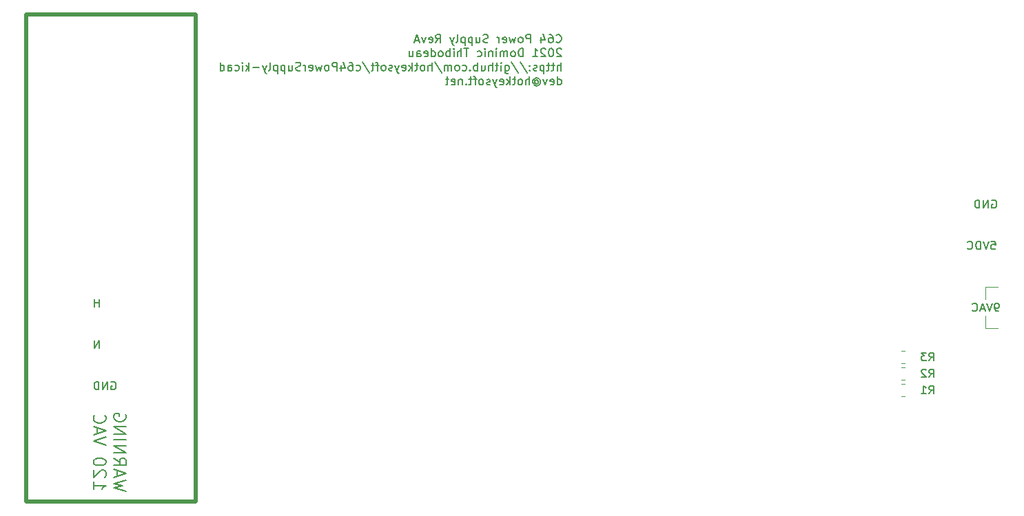
<source format=gbr>
%TF.GenerationSoftware,KiCad,Pcbnew,(5.1.9)-1*%
%TF.CreationDate,2021-06-27T18:44:15-04:00*%
%TF.ProjectId,C64PowerSupply,43363450-6f77-4657-9253-7570706c792e,A*%
%TF.SameCoordinates,Original*%
%TF.FileFunction,Legend,Bot*%
%TF.FilePolarity,Positive*%
%FSLAX46Y46*%
G04 Gerber Fmt 4.6, Leading zero omitted, Abs format (unit mm)*
G04 Created by KiCad (PCBNEW (5.1.9)-1) date 2021-06-27 18:44:15*
%MOMM*%
%LPD*%
G01*
G04 APERTURE LIST*
%ADD10C,0.150000*%
%ADD11C,0.203200*%
%ADD12C,0.120000*%
%ADD13C,0.508000*%
G04 APERTURE END LIST*
D10*
X78009714Y-102560380D02*
X78009714Y-101560380D01*
X78009714Y-102036571D02*
X77438285Y-102036571D01*
X77438285Y-102560380D02*
X77438285Y-101560380D01*
X78009714Y-107640380D02*
X78009714Y-106640380D01*
X77438285Y-107640380D01*
X77438285Y-106640380D01*
X79501904Y-111768000D02*
X79597142Y-111720380D01*
X79740000Y-111720380D01*
X79882857Y-111768000D01*
X79978095Y-111863238D01*
X80025714Y-111958476D01*
X80073333Y-112148952D01*
X80073333Y-112291809D01*
X80025714Y-112482285D01*
X79978095Y-112577523D01*
X79882857Y-112672761D01*
X79740000Y-112720380D01*
X79644761Y-112720380D01*
X79501904Y-112672761D01*
X79454285Y-112625142D01*
X79454285Y-112291809D01*
X79644761Y-112291809D01*
X79025714Y-112720380D02*
X79025714Y-111720380D01*
X78454285Y-112720380D01*
X78454285Y-111720380D01*
X77978095Y-112720380D02*
X77978095Y-111720380D01*
X77740000Y-111720380D01*
X77597142Y-111768000D01*
X77501904Y-111863238D01*
X77454285Y-111958476D01*
X77406666Y-112148952D01*
X77406666Y-112291809D01*
X77454285Y-112482285D01*
X77501904Y-112577523D01*
X77597142Y-112672761D01*
X77740000Y-112720380D01*
X77978095Y-112720380D01*
D11*
X81327171Y-125185714D02*
X79803171Y-124822857D01*
X80891742Y-124532571D01*
X79803171Y-124242285D01*
X81327171Y-123879428D01*
X80238600Y-123371428D02*
X80238600Y-122645714D01*
X79803171Y-123516571D02*
X81327171Y-123008571D01*
X79803171Y-122500571D01*
X79803171Y-121121714D02*
X80528885Y-121629714D01*
X79803171Y-121992571D02*
X81327171Y-121992571D01*
X81327171Y-121412000D01*
X81254600Y-121266857D01*
X81182028Y-121194285D01*
X81036885Y-121121714D01*
X80819171Y-121121714D01*
X80674028Y-121194285D01*
X80601457Y-121266857D01*
X80528885Y-121412000D01*
X80528885Y-121992571D01*
X79803171Y-120468571D02*
X81327171Y-120468571D01*
X79803171Y-119597714D01*
X81327171Y-119597714D01*
X79803171Y-118872000D02*
X81327171Y-118872000D01*
X79803171Y-118146285D02*
X81327171Y-118146285D01*
X79803171Y-117275428D01*
X81327171Y-117275428D01*
X81254600Y-115751428D02*
X81327171Y-115896571D01*
X81327171Y-116114285D01*
X81254600Y-116332000D01*
X81109457Y-116477142D01*
X80964314Y-116549714D01*
X80674028Y-116622285D01*
X80456314Y-116622285D01*
X80166028Y-116549714D01*
X80020885Y-116477142D01*
X79875742Y-116332000D01*
X79803171Y-116114285D01*
X79803171Y-115969142D01*
X79875742Y-115751428D01*
X79948314Y-115678857D01*
X80456314Y-115678857D01*
X80456314Y-115969142D01*
X77313971Y-124060857D02*
X77313971Y-124931714D01*
X77313971Y-124496285D02*
X78837971Y-124496285D01*
X78620257Y-124641428D01*
X78475114Y-124786571D01*
X78402542Y-124931714D01*
X78692828Y-123480285D02*
X78765400Y-123407714D01*
X78837971Y-123262571D01*
X78837971Y-122899714D01*
X78765400Y-122754571D01*
X78692828Y-122682000D01*
X78547685Y-122609428D01*
X78402542Y-122609428D01*
X78184828Y-122682000D01*
X77313971Y-123552857D01*
X77313971Y-122609428D01*
X78837971Y-121666000D02*
X78837971Y-121520857D01*
X78765400Y-121375714D01*
X78692828Y-121303142D01*
X78547685Y-121230571D01*
X78257400Y-121158000D01*
X77894542Y-121158000D01*
X77604257Y-121230571D01*
X77459114Y-121303142D01*
X77386542Y-121375714D01*
X77313971Y-121520857D01*
X77313971Y-121666000D01*
X77386542Y-121811142D01*
X77459114Y-121883714D01*
X77604257Y-121956285D01*
X77894542Y-122028857D01*
X78257400Y-122028857D01*
X78547685Y-121956285D01*
X78692828Y-121883714D01*
X78765400Y-121811142D01*
X78837971Y-121666000D01*
X78837971Y-119561428D02*
X77313971Y-119053428D01*
X78837971Y-118545428D01*
X77749400Y-118110000D02*
X77749400Y-117384285D01*
X77313971Y-118255142D02*
X78837971Y-117747142D01*
X77313971Y-117239142D01*
X77459114Y-115860285D02*
X77386542Y-115932857D01*
X77313971Y-116150571D01*
X77313971Y-116295714D01*
X77386542Y-116513428D01*
X77531685Y-116658571D01*
X77676828Y-116731142D01*
X77967114Y-116803714D01*
X78184828Y-116803714D01*
X78475114Y-116731142D01*
X78620257Y-116658571D01*
X78765400Y-116513428D01*
X78837971Y-116295714D01*
X78837971Y-116150571D01*
X78765400Y-115932857D01*
X78692828Y-115860285D01*
D10*
X188491619Y-103068380D02*
X188301142Y-103068380D01*
X188205904Y-103020761D01*
X188158285Y-102973142D01*
X188063047Y-102830285D01*
X188015428Y-102639809D01*
X188015428Y-102258857D01*
X188063047Y-102163619D01*
X188110666Y-102116000D01*
X188205904Y-102068380D01*
X188396380Y-102068380D01*
X188491619Y-102116000D01*
X188539238Y-102163619D01*
X188586857Y-102258857D01*
X188586857Y-102496952D01*
X188539238Y-102592190D01*
X188491619Y-102639809D01*
X188396380Y-102687428D01*
X188205904Y-102687428D01*
X188110666Y-102639809D01*
X188063047Y-102592190D01*
X188015428Y-102496952D01*
X187729714Y-102068380D02*
X187396380Y-103068380D01*
X187063047Y-102068380D01*
X186777333Y-102782666D02*
X186301142Y-102782666D01*
X186872571Y-103068380D02*
X186539238Y-102068380D01*
X186205904Y-103068380D01*
X185301142Y-102973142D02*
X185348761Y-103020761D01*
X185491619Y-103068380D01*
X185586857Y-103068380D01*
X185729714Y-103020761D01*
X185824952Y-102925523D01*
X185872571Y-102830285D01*
X185920190Y-102639809D01*
X185920190Y-102496952D01*
X185872571Y-102306476D01*
X185824952Y-102211238D01*
X185729714Y-102116000D01*
X185586857Y-102068380D01*
X185491619Y-102068380D01*
X185348761Y-102116000D01*
X185301142Y-102163619D01*
D12*
X186944000Y-100076000D02*
X187960000Y-100076000D01*
X187960000Y-100076000D02*
X188468000Y-100076000D01*
X186944000Y-101600000D02*
X186944000Y-100076000D01*
X188468000Y-105156000D02*
X186944000Y-105156000D01*
X186944000Y-105156000D02*
X186944000Y-103632000D01*
D10*
X187705904Y-89416000D02*
X187801142Y-89368380D01*
X187944000Y-89368380D01*
X188086857Y-89416000D01*
X188182095Y-89511238D01*
X188229714Y-89606476D01*
X188277333Y-89796952D01*
X188277333Y-89939809D01*
X188229714Y-90130285D01*
X188182095Y-90225523D01*
X188086857Y-90320761D01*
X187944000Y-90368380D01*
X187848761Y-90368380D01*
X187705904Y-90320761D01*
X187658285Y-90273142D01*
X187658285Y-89939809D01*
X187848761Y-89939809D01*
X187229714Y-90368380D02*
X187229714Y-89368380D01*
X186658285Y-90368380D01*
X186658285Y-89368380D01*
X186182095Y-90368380D02*
X186182095Y-89368380D01*
X185944000Y-89368380D01*
X185801142Y-89416000D01*
X185705904Y-89511238D01*
X185658285Y-89606476D01*
X185610666Y-89796952D01*
X185610666Y-89939809D01*
X185658285Y-90130285D01*
X185705904Y-90225523D01*
X185801142Y-90320761D01*
X185944000Y-90368380D01*
X186182095Y-90368380D01*
X187626476Y-94448380D02*
X188102666Y-94448380D01*
X188150285Y-94924571D01*
X188102666Y-94876952D01*
X188007428Y-94829333D01*
X187769333Y-94829333D01*
X187674095Y-94876952D01*
X187626476Y-94924571D01*
X187578857Y-95019809D01*
X187578857Y-95257904D01*
X187626476Y-95353142D01*
X187674095Y-95400761D01*
X187769333Y-95448380D01*
X188007428Y-95448380D01*
X188102666Y-95400761D01*
X188150285Y-95353142D01*
X187293142Y-94448380D02*
X186959809Y-95448380D01*
X186626476Y-94448380D01*
X186293142Y-95448380D02*
X186293142Y-94448380D01*
X186055047Y-94448380D01*
X185912190Y-94496000D01*
X185816952Y-94591238D01*
X185769333Y-94686476D01*
X185721714Y-94876952D01*
X185721714Y-95019809D01*
X185769333Y-95210285D01*
X185816952Y-95305523D01*
X185912190Y-95400761D01*
X186055047Y-95448380D01*
X186293142Y-95448380D01*
X184721714Y-95353142D02*
X184769333Y-95400761D01*
X184912190Y-95448380D01*
X185007428Y-95448380D01*
X185150285Y-95400761D01*
X185245523Y-95305523D01*
X185293142Y-95210285D01*
X185340761Y-95019809D01*
X185340761Y-94876952D01*
X185293142Y-94686476D01*
X185245523Y-94591238D01*
X185150285Y-94496000D01*
X185007428Y-94448380D01*
X184912190Y-94448380D01*
X184769333Y-94496000D01*
X184721714Y-94543619D01*
D11*
X134173443Y-69908057D02*
X134221824Y-69956438D01*
X134366967Y-70004819D01*
X134463729Y-70004819D01*
X134608872Y-69956438D01*
X134705634Y-69859676D01*
X134754015Y-69762914D01*
X134802396Y-69569390D01*
X134802396Y-69424247D01*
X134754015Y-69230723D01*
X134705634Y-69133961D01*
X134608872Y-69037200D01*
X134463729Y-68988819D01*
X134366967Y-68988819D01*
X134221824Y-69037200D01*
X134173443Y-69085580D01*
X133302586Y-68988819D02*
X133496110Y-68988819D01*
X133592872Y-69037200D01*
X133641253Y-69085580D01*
X133738015Y-69230723D01*
X133786396Y-69424247D01*
X133786396Y-69811295D01*
X133738015Y-69908057D01*
X133689634Y-69956438D01*
X133592872Y-70004819D01*
X133399348Y-70004819D01*
X133302586Y-69956438D01*
X133254205Y-69908057D01*
X133205824Y-69811295D01*
X133205824Y-69569390D01*
X133254205Y-69472628D01*
X133302586Y-69424247D01*
X133399348Y-69375866D01*
X133592872Y-69375866D01*
X133689634Y-69424247D01*
X133738015Y-69472628D01*
X133786396Y-69569390D01*
X132334967Y-69327485D02*
X132334967Y-70004819D01*
X132576872Y-68940438D02*
X132818777Y-69666152D01*
X132189824Y-69666152D01*
X131028681Y-70004819D02*
X131028681Y-68988819D01*
X130641634Y-68988819D01*
X130544872Y-69037200D01*
X130496491Y-69085580D01*
X130448110Y-69182342D01*
X130448110Y-69327485D01*
X130496491Y-69424247D01*
X130544872Y-69472628D01*
X130641634Y-69521009D01*
X131028681Y-69521009D01*
X129867539Y-70004819D02*
X129964300Y-69956438D01*
X130012681Y-69908057D01*
X130061062Y-69811295D01*
X130061062Y-69521009D01*
X130012681Y-69424247D01*
X129964300Y-69375866D01*
X129867539Y-69327485D01*
X129722396Y-69327485D01*
X129625634Y-69375866D01*
X129577253Y-69424247D01*
X129528872Y-69521009D01*
X129528872Y-69811295D01*
X129577253Y-69908057D01*
X129625634Y-69956438D01*
X129722396Y-70004819D01*
X129867539Y-70004819D01*
X129190205Y-69327485D02*
X128996681Y-70004819D01*
X128803158Y-69521009D01*
X128609634Y-70004819D01*
X128416110Y-69327485D01*
X127642015Y-69956438D02*
X127738777Y-70004819D01*
X127932300Y-70004819D01*
X128029062Y-69956438D01*
X128077443Y-69859676D01*
X128077443Y-69472628D01*
X128029062Y-69375866D01*
X127932300Y-69327485D01*
X127738777Y-69327485D01*
X127642015Y-69375866D01*
X127593634Y-69472628D01*
X127593634Y-69569390D01*
X128077443Y-69666152D01*
X127158205Y-70004819D02*
X127158205Y-69327485D01*
X127158205Y-69521009D02*
X127109824Y-69424247D01*
X127061443Y-69375866D01*
X126964681Y-69327485D01*
X126867920Y-69327485D01*
X125803539Y-69956438D02*
X125658396Y-70004819D01*
X125416491Y-70004819D01*
X125319729Y-69956438D01*
X125271348Y-69908057D01*
X125222967Y-69811295D01*
X125222967Y-69714533D01*
X125271348Y-69617771D01*
X125319729Y-69569390D01*
X125416491Y-69521009D01*
X125610015Y-69472628D01*
X125706777Y-69424247D01*
X125755158Y-69375866D01*
X125803539Y-69279104D01*
X125803539Y-69182342D01*
X125755158Y-69085580D01*
X125706777Y-69037200D01*
X125610015Y-68988819D01*
X125368110Y-68988819D01*
X125222967Y-69037200D01*
X124352110Y-69327485D02*
X124352110Y-70004819D01*
X124787539Y-69327485D02*
X124787539Y-69859676D01*
X124739158Y-69956438D01*
X124642396Y-70004819D01*
X124497253Y-70004819D01*
X124400491Y-69956438D01*
X124352110Y-69908057D01*
X123868300Y-69327485D02*
X123868300Y-70343485D01*
X123868300Y-69375866D02*
X123771539Y-69327485D01*
X123578015Y-69327485D01*
X123481253Y-69375866D01*
X123432872Y-69424247D01*
X123384491Y-69521009D01*
X123384491Y-69811295D01*
X123432872Y-69908057D01*
X123481253Y-69956438D01*
X123578015Y-70004819D01*
X123771539Y-70004819D01*
X123868300Y-69956438D01*
X122949062Y-69327485D02*
X122949062Y-70343485D01*
X122949062Y-69375866D02*
X122852300Y-69327485D01*
X122658777Y-69327485D01*
X122562015Y-69375866D01*
X122513634Y-69424247D01*
X122465253Y-69521009D01*
X122465253Y-69811295D01*
X122513634Y-69908057D01*
X122562015Y-69956438D01*
X122658777Y-70004819D01*
X122852300Y-70004819D01*
X122949062Y-69956438D01*
X121884681Y-70004819D02*
X121981443Y-69956438D01*
X122029824Y-69859676D01*
X122029824Y-68988819D01*
X121594396Y-69327485D02*
X121352491Y-70004819D01*
X121110586Y-69327485D02*
X121352491Y-70004819D01*
X121449253Y-70246723D01*
X121497634Y-70295104D01*
X121594396Y-70343485D01*
X119368872Y-70004819D02*
X119707539Y-69521009D01*
X119949443Y-70004819D02*
X119949443Y-68988819D01*
X119562396Y-68988819D01*
X119465634Y-69037200D01*
X119417253Y-69085580D01*
X119368872Y-69182342D01*
X119368872Y-69327485D01*
X119417253Y-69424247D01*
X119465634Y-69472628D01*
X119562396Y-69521009D01*
X119949443Y-69521009D01*
X118546396Y-69956438D02*
X118643158Y-70004819D01*
X118836681Y-70004819D01*
X118933443Y-69956438D01*
X118981824Y-69859676D01*
X118981824Y-69472628D01*
X118933443Y-69375866D01*
X118836681Y-69327485D01*
X118643158Y-69327485D01*
X118546396Y-69375866D01*
X118498015Y-69472628D01*
X118498015Y-69569390D01*
X118981824Y-69666152D01*
X118159348Y-69327485D02*
X117917443Y-70004819D01*
X117675539Y-69327485D01*
X117336872Y-69714533D02*
X116853062Y-69714533D01*
X117433634Y-70004819D02*
X117094967Y-68988819D01*
X116756300Y-70004819D01*
X134802396Y-70812780D02*
X134754015Y-70764400D01*
X134657253Y-70716019D01*
X134415348Y-70716019D01*
X134318586Y-70764400D01*
X134270205Y-70812780D01*
X134221824Y-70909542D01*
X134221824Y-71006304D01*
X134270205Y-71151447D01*
X134850777Y-71732019D01*
X134221824Y-71732019D01*
X133592872Y-70716019D02*
X133496110Y-70716019D01*
X133399348Y-70764400D01*
X133350967Y-70812780D01*
X133302586Y-70909542D01*
X133254205Y-71103066D01*
X133254205Y-71344971D01*
X133302586Y-71538495D01*
X133350967Y-71635257D01*
X133399348Y-71683638D01*
X133496110Y-71732019D01*
X133592872Y-71732019D01*
X133689634Y-71683638D01*
X133738015Y-71635257D01*
X133786396Y-71538495D01*
X133834777Y-71344971D01*
X133834777Y-71103066D01*
X133786396Y-70909542D01*
X133738015Y-70812780D01*
X133689634Y-70764400D01*
X133592872Y-70716019D01*
X132867158Y-70812780D02*
X132818777Y-70764400D01*
X132722015Y-70716019D01*
X132480110Y-70716019D01*
X132383348Y-70764400D01*
X132334967Y-70812780D01*
X132286586Y-70909542D01*
X132286586Y-71006304D01*
X132334967Y-71151447D01*
X132915539Y-71732019D01*
X132286586Y-71732019D01*
X131318967Y-71732019D02*
X131899539Y-71732019D01*
X131609253Y-71732019D02*
X131609253Y-70716019D01*
X131706015Y-70861161D01*
X131802777Y-70957923D01*
X131899539Y-71006304D01*
X130109443Y-71732019D02*
X130109443Y-70716019D01*
X129867539Y-70716019D01*
X129722396Y-70764400D01*
X129625634Y-70861161D01*
X129577253Y-70957923D01*
X129528872Y-71151447D01*
X129528872Y-71296590D01*
X129577253Y-71490114D01*
X129625634Y-71586876D01*
X129722396Y-71683638D01*
X129867539Y-71732019D01*
X130109443Y-71732019D01*
X128948300Y-71732019D02*
X129045062Y-71683638D01*
X129093443Y-71635257D01*
X129141824Y-71538495D01*
X129141824Y-71248209D01*
X129093443Y-71151447D01*
X129045062Y-71103066D01*
X128948300Y-71054685D01*
X128803158Y-71054685D01*
X128706396Y-71103066D01*
X128658015Y-71151447D01*
X128609634Y-71248209D01*
X128609634Y-71538495D01*
X128658015Y-71635257D01*
X128706396Y-71683638D01*
X128803158Y-71732019D01*
X128948300Y-71732019D01*
X128174205Y-71732019D02*
X128174205Y-71054685D01*
X128174205Y-71151447D02*
X128125824Y-71103066D01*
X128029062Y-71054685D01*
X127883920Y-71054685D01*
X127787158Y-71103066D01*
X127738777Y-71199828D01*
X127738777Y-71732019D01*
X127738777Y-71199828D02*
X127690396Y-71103066D01*
X127593634Y-71054685D01*
X127448491Y-71054685D01*
X127351729Y-71103066D01*
X127303348Y-71199828D01*
X127303348Y-71732019D01*
X126819539Y-71732019D02*
X126819539Y-71054685D01*
X126819539Y-70716019D02*
X126867920Y-70764400D01*
X126819539Y-70812780D01*
X126771158Y-70764400D01*
X126819539Y-70716019D01*
X126819539Y-70812780D01*
X126335729Y-71054685D02*
X126335729Y-71732019D01*
X126335729Y-71151447D02*
X126287348Y-71103066D01*
X126190586Y-71054685D01*
X126045443Y-71054685D01*
X125948681Y-71103066D01*
X125900300Y-71199828D01*
X125900300Y-71732019D01*
X125416491Y-71732019D02*
X125416491Y-71054685D01*
X125416491Y-70716019D02*
X125464872Y-70764400D01*
X125416491Y-70812780D01*
X125368110Y-70764400D01*
X125416491Y-70716019D01*
X125416491Y-70812780D01*
X124497253Y-71683638D02*
X124594015Y-71732019D01*
X124787539Y-71732019D01*
X124884300Y-71683638D01*
X124932681Y-71635257D01*
X124981062Y-71538495D01*
X124981062Y-71248209D01*
X124932681Y-71151447D01*
X124884300Y-71103066D01*
X124787539Y-71054685D01*
X124594015Y-71054685D01*
X124497253Y-71103066D01*
X123432872Y-70716019D02*
X122852300Y-70716019D01*
X123142586Y-71732019D02*
X123142586Y-70716019D01*
X122513634Y-71732019D02*
X122513634Y-70716019D01*
X122078205Y-71732019D02*
X122078205Y-71199828D01*
X122126586Y-71103066D01*
X122223348Y-71054685D01*
X122368491Y-71054685D01*
X122465253Y-71103066D01*
X122513634Y-71151447D01*
X121594396Y-71732019D02*
X121594396Y-71054685D01*
X121594396Y-70716019D02*
X121642777Y-70764400D01*
X121594396Y-70812780D01*
X121546015Y-70764400D01*
X121594396Y-70716019D01*
X121594396Y-70812780D01*
X121110586Y-71732019D02*
X121110586Y-70716019D01*
X121110586Y-71103066D02*
X121013824Y-71054685D01*
X120820300Y-71054685D01*
X120723539Y-71103066D01*
X120675158Y-71151447D01*
X120626777Y-71248209D01*
X120626777Y-71538495D01*
X120675158Y-71635257D01*
X120723539Y-71683638D01*
X120820300Y-71732019D01*
X121013824Y-71732019D01*
X121110586Y-71683638D01*
X120046205Y-71732019D02*
X120142967Y-71683638D01*
X120191348Y-71635257D01*
X120239729Y-71538495D01*
X120239729Y-71248209D01*
X120191348Y-71151447D01*
X120142967Y-71103066D01*
X120046205Y-71054685D01*
X119901062Y-71054685D01*
X119804300Y-71103066D01*
X119755919Y-71151447D01*
X119707539Y-71248209D01*
X119707539Y-71538495D01*
X119755919Y-71635257D01*
X119804300Y-71683638D01*
X119901062Y-71732019D01*
X120046205Y-71732019D01*
X118836681Y-71732019D02*
X118836681Y-70716019D01*
X118836681Y-71683638D02*
X118933443Y-71732019D01*
X119126967Y-71732019D01*
X119223729Y-71683638D01*
X119272110Y-71635257D01*
X119320491Y-71538495D01*
X119320491Y-71248209D01*
X119272110Y-71151447D01*
X119223729Y-71103066D01*
X119126967Y-71054685D01*
X118933443Y-71054685D01*
X118836681Y-71103066D01*
X117965824Y-71683638D02*
X118062586Y-71732019D01*
X118256110Y-71732019D01*
X118352872Y-71683638D01*
X118401253Y-71586876D01*
X118401253Y-71199828D01*
X118352872Y-71103066D01*
X118256110Y-71054685D01*
X118062586Y-71054685D01*
X117965824Y-71103066D01*
X117917443Y-71199828D01*
X117917443Y-71296590D01*
X118401253Y-71393352D01*
X117046586Y-71732019D02*
X117046586Y-71199828D01*
X117094967Y-71103066D01*
X117191729Y-71054685D01*
X117385253Y-71054685D01*
X117482015Y-71103066D01*
X117046586Y-71683638D02*
X117143348Y-71732019D01*
X117385253Y-71732019D01*
X117482015Y-71683638D01*
X117530396Y-71586876D01*
X117530396Y-71490114D01*
X117482015Y-71393352D01*
X117385253Y-71344971D01*
X117143348Y-71344971D01*
X117046586Y-71296590D01*
X116127348Y-71054685D02*
X116127348Y-71732019D01*
X116562777Y-71054685D02*
X116562777Y-71586876D01*
X116514396Y-71683638D01*
X116417634Y-71732019D01*
X116272491Y-71732019D01*
X116175729Y-71683638D01*
X116127348Y-71635257D01*
X134754015Y-73459219D02*
X134754015Y-72443219D01*
X134318586Y-73459219D02*
X134318586Y-72927028D01*
X134366967Y-72830266D01*
X134463729Y-72781885D01*
X134608872Y-72781885D01*
X134705634Y-72830266D01*
X134754015Y-72878647D01*
X133979920Y-72781885D02*
X133592872Y-72781885D01*
X133834777Y-72443219D02*
X133834777Y-73314076D01*
X133786396Y-73410838D01*
X133689634Y-73459219D01*
X133592872Y-73459219D01*
X133399348Y-72781885D02*
X133012300Y-72781885D01*
X133254205Y-72443219D02*
X133254205Y-73314076D01*
X133205824Y-73410838D01*
X133109062Y-73459219D01*
X133012300Y-73459219D01*
X132673634Y-72781885D02*
X132673634Y-73797885D01*
X132673634Y-72830266D02*
X132576872Y-72781885D01*
X132383348Y-72781885D01*
X132286586Y-72830266D01*
X132238205Y-72878647D01*
X132189824Y-72975409D01*
X132189824Y-73265695D01*
X132238205Y-73362457D01*
X132286586Y-73410838D01*
X132383348Y-73459219D01*
X132576872Y-73459219D01*
X132673634Y-73410838D01*
X131802777Y-73410838D02*
X131706015Y-73459219D01*
X131512491Y-73459219D01*
X131415729Y-73410838D01*
X131367348Y-73314076D01*
X131367348Y-73265695D01*
X131415729Y-73168933D01*
X131512491Y-73120552D01*
X131657634Y-73120552D01*
X131754396Y-73072171D01*
X131802777Y-72975409D01*
X131802777Y-72927028D01*
X131754396Y-72830266D01*
X131657634Y-72781885D01*
X131512491Y-72781885D01*
X131415729Y-72830266D01*
X130931920Y-73362457D02*
X130883539Y-73410838D01*
X130931920Y-73459219D01*
X130980300Y-73410838D01*
X130931920Y-73362457D01*
X130931920Y-73459219D01*
X130931920Y-72830266D02*
X130883539Y-72878647D01*
X130931920Y-72927028D01*
X130980300Y-72878647D01*
X130931920Y-72830266D01*
X130931920Y-72927028D01*
X129722396Y-72394838D02*
X130593253Y-73701123D01*
X128658015Y-72394838D02*
X129528872Y-73701123D01*
X127883920Y-72781885D02*
X127883920Y-73604361D01*
X127932300Y-73701123D01*
X127980681Y-73749504D01*
X128077443Y-73797885D01*
X128222586Y-73797885D01*
X128319348Y-73749504D01*
X127883920Y-73410838D02*
X127980681Y-73459219D01*
X128174205Y-73459219D01*
X128270967Y-73410838D01*
X128319348Y-73362457D01*
X128367729Y-73265695D01*
X128367729Y-72975409D01*
X128319348Y-72878647D01*
X128270967Y-72830266D01*
X128174205Y-72781885D01*
X127980681Y-72781885D01*
X127883920Y-72830266D01*
X127400110Y-73459219D02*
X127400110Y-72781885D01*
X127400110Y-72443219D02*
X127448491Y-72491600D01*
X127400110Y-72539980D01*
X127351729Y-72491600D01*
X127400110Y-72443219D01*
X127400110Y-72539980D01*
X127061443Y-72781885D02*
X126674396Y-72781885D01*
X126916300Y-72443219D02*
X126916300Y-73314076D01*
X126867920Y-73410838D01*
X126771158Y-73459219D01*
X126674396Y-73459219D01*
X126335729Y-73459219D02*
X126335729Y-72443219D01*
X125900300Y-73459219D02*
X125900300Y-72927028D01*
X125948681Y-72830266D01*
X126045443Y-72781885D01*
X126190586Y-72781885D01*
X126287348Y-72830266D01*
X126335729Y-72878647D01*
X124981062Y-72781885D02*
X124981062Y-73459219D01*
X125416491Y-72781885D02*
X125416491Y-73314076D01*
X125368110Y-73410838D01*
X125271348Y-73459219D01*
X125126205Y-73459219D01*
X125029443Y-73410838D01*
X124981062Y-73362457D01*
X124497253Y-73459219D02*
X124497253Y-72443219D01*
X124497253Y-72830266D02*
X124400491Y-72781885D01*
X124206967Y-72781885D01*
X124110205Y-72830266D01*
X124061824Y-72878647D01*
X124013443Y-72975409D01*
X124013443Y-73265695D01*
X124061824Y-73362457D01*
X124110205Y-73410838D01*
X124206967Y-73459219D01*
X124400491Y-73459219D01*
X124497253Y-73410838D01*
X123578015Y-73362457D02*
X123529634Y-73410838D01*
X123578015Y-73459219D01*
X123626396Y-73410838D01*
X123578015Y-73362457D01*
X123578015Y-73459219D01*
X122658777Y-73410838D02*
X122755539Y-73459219D01*
X122949062Y-73459219D01*
X123045824Y-73410838D01*
X123094205Y-73362457D01*
X123142586Y-73265695D01*
X123142586Y-72975409D01*
X123094205Y-72878647D01*
X123045824Y-72830266D01*
X122949062Y-72781885D01*
X122755539Y-72781885D01*
X122658777Y-72830266D01*
X122078205Y-73459219D02*
X122174967Y-73410838D01*
X122223348Y-73362457D01*
X122271729Y-73265695D01*
X122271729Y-72975409D01*
X122223348Y-72878647D01*
X122174967Y-72830266D01*
X122078205Y-72781885D01*
X121933062Y-72781885D01*
X121836300Y-72830266D01*
X121787920Y-72878647D01*
X121739539Y-72975409D01*
X121739539Y-73265695D01*
X121787920Y-73362457D01*
X121836300Y-73410838D01*
X121933062Y-73459219D01*
X122078205Y-73459219D01*
X121304110Y-73459219D02*
X121304110Y-72781885D01*
X121304110Y-72878647D02*
X121255729Y-72830266D01*
X121158967Y-72781885D01*
X121013824Y-72781885D01*
X120917062Y-72830266D01*
X120868681Y-72927028D01*
X120868681Y-73459219D01*
X120868681Y-72927028D02*
X120820300Y-72830266D01*
X120723539Y-72781885D01*
X120578396Y-72781885D01*
X120481634Y-72830266D01*
X120433253Y-72927028D01*
X120433253Y-73459219D01*
X119223729Y-72394838D02*
X120094586Y-73701123D01*
X118885062Y-73459219D02*
X118885062Y-72443219D01*
X118449634Y-73459219D02*
X118449634Y-72927028D01*
X118498015Y-72830266D01*
X118594777Y-72781885D01*
X118739920Y-72781885D01*
X118836681Y-72830266D01*
X118885062Y-72878647D01*
X117820681Y-73459219D02*
X117917443Y-73410838D01*
X117965824Y-73362457D01*
X118014205Y-73265695D01*
X118014205Y-72975409D01*
X117965824Y-72878647D01*
X117917443Y-72830266D01*
X117820681Y-72781885D01*
X117675539Y-72781885D01*
X117578777Y-72830266D01*
X117530396Y-72878647D01*
X117482015Y-72975409D01*
X117482015Y-73265695D01*
X117530396Y-73362457D01*
X117578777Y-73410838D01*
X117675539Y-73459219D01*
X117820681Y-73459219D01*
X117191729Y-72781885D02*
X116804681Y-72781885D01*
X117046586Y-72443219D02*
X117046586Y-73314076D01*
X116998205Y-73410838D01*
X116901443Y-73459219D01*
X116804681Y-73459219D01*
X116466015Y-73459219D02*
X116466015Y-72443219D01*
X116369253Y-73072171D02*
X116078967Y-73459219D01*
X116078967Y-72781885D02*
X116466015Y-73168933D01*
X115256491Y-73410838D02*
X115353253Y-73459219D01*
X115546777Y-73459219D01*
X115643539Y-73410838D01*
X115691919Y-73314076D01*
X115691919Y-72927028D01*
X115643539Y-72830266D01*
X115546777Y-72781885D01*
X115353253Y-72781885D01*
X115256491Y-72830266D01*
X115208110Y-72927028D01*
X115208110Y-73023790D01*
X115691919Y-73120552D01*
X114869443Y-72781885D02*
X114627539Y-73459219D01*
X114385634Y-72781885D02*
X114627539Y-73459219D01*
X114724300Y-73701123D01*
X114772681Y-73749504D01*
X114869443Y-73797885D01*
X114046967Y-73410838D02*
X113950205Y-73459219D01*
X113756681Y-73459219D01*
X113659919Y-73410838D01*
X113611539Y-73314076D01*
X113611539Y-73265695D01*
X113659919Y-73168933D01*
X113756681Y-73120552D01*
X113901824Y-73120552D01*
X113998586Y-73072171D01*
X114046967Y-72975409D01*
X114046967Y-72927028D01*
X113998586Y-72830266D01*
X113901824Y-72781885D01*
X113756681Y-72781885D01*
X113659919Y-72830266D01*
X113030967Y-73459219D02*
X113127729Y-73410838D01*
X113176110Y-73362457D01*
X113224491Y-73265695D01*
X113224491Y-72975409D01*
X113176110Y-72878647D01*
X113127729Y-72830266D01*
X113030967Y-72781885D01*
X112885824Y-72781885D01*
X112789062Y-72830266D01*
X112740681Y-72878647D01*
X112692300Y-72975409D01*
X112692300Y-73265695D01*
X112740681Y-73362457D01*
X112789062Y-73410838D01*
X112885824Y-73459219D01*
X113030967Y-73459219D01*
X112402015Y-72781885D02*
X112014967Y-72781885D01*
X112256872Y-73459219D02*
X112256872Y-72588361D01*
X112208491Y-72491600D01*
X112111729Y-72443219D01*
X112014967Y-72443219D01*
X111821443Y-72781885D02*
X111434396Y-72781885D01*
X111676300Y-72443219D02*
X111676300Y-73314076D01*
X111627920Y-73410838D01*
X111531158Y-73459219D01*
X111434396Y-73459219D01*
X110370015Y-72394838D02*
X111240872Y-73701123D01*
X109595920Y-73410838D02*
X109692681Y-73459219D01*
X109886205Y-73459219D01*
X109982967Y-73410838D01*
X110031348Y-73362457D01*
X110079729Y-73265695D01*
X110079729Y-72975409D01*
X110031348Y-72878647D01*
X109982967Y-72830266D01*
X109886205Y-72781885D01*
X109692681Y-72781885D01*
X109595920Y-72830266D01*
X108725062Y-72443219D02*
X108918586Y-72443219D01*
X109015348Y-72491600D01*
X109063729Y-72539980D01*
X109160491Y-72685123D01*
X109208872Y-72878647D01*
X109208872Y-73265695D01*
X109160491Y-73362457D01*
X109112110Y-73410838D01*
X109015348Y-73459219D01*
X108821824Y-73459219D01*
X108725062Y-73410838D01*
X108676681Y-73362457D01*
X108628300Y-73265695D01*
X108628300Y-73023790D01*
X108676681Y-72927028D01*
X108725062Y-72878647D01*
X108821824Y-72830266D01*
X109015348Y-72830266D01*
X109112110Y-72878647D01*
X109160491Y-72927028D01*
X109208872Y-73023790D01*
X107757443Y-72781885D02*
X107757443Y-73459219D01*
X107999348Y-72394838D02*
X108241253Y-73120552D01*
X107612300Y-73120552D01*
X107225253Y-73459219D02*
X107225253Y-72443219D01*
X106838205Y-72443219D01*
X106741443Y-72491600D01*
X106693062Y-72539980D01*
X106644681Y-72636742D01*
X106644681Y-72781885D01*
X106693062Y-72878647D01*
X106741443Y-72927028D01*
X106838205Y-72975409D01*
X107225253Y-72975409D01*
X106064110Y-73459219D02*
X106160872Y-73410838D01*
X106209253Y-73362457D01*
X106257634Y-73265695D01*
X106257634Y-72975409D01*
X106209253Y-72878647D01*
X106160872Y-72830266D01*
X106064110Y-72781885D01*
X105918967Y-72781885D01*
X105822205Y-72830266D01*
X105773824Y-72878647D01*
X105725443Y-72975409D01*
X105725443Y-73265695D01*
X105773824Y-73362457D01*
X105822205Y-73410838D01*
X105918967Y-73459219D01*
X106064110Y-73459219D01*
X105386777Y-72781885D02*
X105193253Y-73459219D01*
X104999729Y-72975409D01*
X104806205Y-73459219D01*
X104612681Y-72781885D01*
X103838586Y-73410838D02*
X103935348Y-73459219D01*
X104128872Y-73459219D01*
X104225634Y-73410838D01*
X104274015Y-73314076D01*
X104274015Y-72927028D01*
X104225634Y-72830266D01*
X104128872Y-72781885D01*
X103935348Y-72781885D01*
X103838586Y-72830266D01*
X103790205Y-72927028D01*
X103790205Y-73023790D01*
X104274015Y-73120552D01*
X103354777Y-73459219D02*
X103354777Y-72781885D01*
X103354777Y-72975409D02*
X103306396Y-72878647D01*
X103258015Y-72830266D01*
X103161253Y-72781885D01*
X103064491Y-72781885D01*
X102774205Y-73410838D02*
X102629062Y-73459219D01*
X102387158Y-73459219D01*
X102290396Y-73410838D01*
X102242015Y-73362457D01*
X102193634Y-73265695D01*
X102193634Y-73168933D01*
X102242015Y-73072171D01*
X102290396Y-73023790D01*
X102387158Y-72975409D01*
X102580681Y-72927028D01*
X102677443Y-72878647D01*
X102725824Y-72830266D01*
X102774205Y-72733504D01*
X102774205Y-72636742D01*
X102725824Y-72539980D01*
X102677443Y-72491600D01*
X102580681Y-72443219D01*
X102338777Y-72443219D01*
X102193634Y-72491600D01*
X101322777Y-72781885D02*
X101322777Y-73459219D01*
X101758205Y-72781885D02*
X101758205Y-73314076D01*
X101709824Y-73410838D01*
X101613062Y-73459219D01*
X101467919Y-73459219D01*
X101371158Y-73410838D01*
X101322777Y-73362457D01*
X100838967Y-72781885D02*
X100838967Y-73797885D01*
X100838967Y-72830266D02*
X100742205Y-72781885D01*
X100548681Y-72781885D01*
X100451919Y-72830266D01*
X100403539Y-72878647D01*
X100355158Y-72975409D01*
X100355158Y-73265695D01*
X100403539Y-73362457D01*
X100451919Y-73410838D01*
X100548681Y-73459219D01*
X100742205Y-73459219D01*
X100838967Y-73410838D01*
X99919729Y-72781885D02*
X99919729Y-73797885D01*
X99919729Y-72830266D02*
X99822967Y-72781885D01*
X99629443Y-72781885D01*
X99532681Y-72830266D01*
X99484300Y-72878647D01*
X99435919Y-72975409D01*
X99435919Y-73265695D01*
X99484300Y-73362457D01*
X99532681Y-73410838D01*
X99629443Y-73459219D01*
X99822967Y-73459219D01*
X99919729Y-73410838D01*
X98855348Y-73459219D02*
X98952110Y-73410838D01*
X99000491Y-73314076D01*
X99000491Y-72443219D01*
X98565062Y-72781885D02*
X98323158Y-73459219D01*
X98081253Y-72781885D02*
X98323158Y-73459219D01*
X98419919Y-73701123D01*
X98468300Y-73749504D01*
X98565062Y-73797885D01*
X97694205Y-73072171D02*
X96920110Y-73072171D01*
X96436300Y-73459219D02*
X96436300Y-72443219D01*
X96339539Y-73072171D02*
X96049253Y-73459219D01*
X96049253Y-72781885D02*
X96436300Y-73168933D01*
X95613824Y-73459219D02*
X95613824Y-72781885D01*
X95613824Y-72443219D02*
X95662205Y-72491600D01*
X95613824Y-72539980D01*
X95565443Y-72491600D01*
X95613824Y-72443219D01*
X95613824Y-72539980D01*
X94694586Y-73410838D02*
X94791348Y-73459219D01*
X94984872Y-73459219D01*
X95081634Y-73410838D01*
X95130015Y-73362457D01*
X95178396Y-73265695D01*
X95178396Y-72975409D01*
X95130015Y-72878647D01*
X95081634Y-72830266D01*
X94984872Y-72781885D01*
X94791348Y-72781885D01*
X94694586Y-72830266D01*
X93823729Y-73459219D02*
X93823729Y-72927028D01*
X93872110Y-72830266D01*
X93968872Y-72781885D01*
X94162396Y-72781885D01*
X94259158Y-72830266D01*
X93823729Y-73410838D02*
X93920491Y-73459219D01*
X94162396Y-73459219D01*
X94259158Y-73410838D01*
X94307539Y-73314076D01*
X94307539Y-73217314D01*
X94259158Y-73120552D01*
X94162396Y-73072171D01*
X93920491Y-73072171D01*
X93823729Y-73023790D01*
X92904491Y-73459219D02*
X92904491Y-72443219D01*
X92904491Y-73410838D02*
X93001253Y-73459219D01*
X93194777Y-73459219D01*
X93291539Y-73410838D01*
X93339919Y-73362457D01*
X93388300Y-73265695D01*
X93388300Y-72975409D01*
X93339919Y-72878647D01*
X93291539Y-72830266D01*
X93194777Y-72781885D01*
X93001253Y-72781885D01*
X92904491Y-72830266D01*
X134318586Y-75186419D02*
X134318586Y-74170419D01*
X134318586Y-75138038D02*
X134415348Y-75186419D01*
X134608872Y-75186419D01*
X134705634Y-75138038D01*
X134754015Y-75089657D01*
X134802396Y-74992895D01*
X134802396Y-74702609D01*
X134754015Y-74605847D01*
X134705634Y-74557466D01*
X134608872Y-74509085D01*
X134415348Y-74509085D01*
X134318586Y-74557466D01*
X133447729Y-75138038D02*
X133544491Y-75186419D01*
X133738015Y-75186419D01*
X133834777Y-75138038D01*
X133883158Y-75041276D01*
X133883158Y-74654228D01*
X133834777Y-74557466D01*
X133738015Y-74509085D01*
X133544491Y-74509085D01*
X133447729Y-74557466D01*
X133399348Y-74654228D01*
X133399348Y-74750990D01*
X133883158Y-74847752D01*
X133060681Y-74509085D02*
X132818777Y-75186419D01*
X132576872Y-74509085D01*
X131560872Y-74702609D02*
X131609253Y-74654228D01*
X131706015Y-74605847D01*
X131802777Y-74605847D01*
X131899539Y-74654228D01*
X131947920Y-74702609D01*
X131996300Y-74799371D01*
X131996300Y-74896133D01*
X131947920Y-74992895D01*
X131899539Y-75041276D01*
X131802777Y-75089657D01*
X131706015Y-75089657D01*
X131609253Y-75041276D01*
X131560872Y-74992895D01*
X131560872Y-74605847D02*
X131560872Y-74992895D01*
X131512491Y-75041276D01*
X131464110Y-75041276D01*
X131367348Y-74992895D01*
X131318967Y-74896133D01*
X131318967Y-74654228D01*
X131415729Y-74509085D01*
X131560872Y-74412323D01*
X131754396Y-74363942D01*
X131947920Y-74412323D01*
X132093062Y-74509085D01*
X132189824Y-74654228D01*
X132238205Y-74847752D01*
X132189824Y-75041276D01*
X132093062Y-75186419D01*
X131947920Y-75283180D01*
X131754396Y-75331561D01*
X131560872Y-75283180D01*
X131415729Y-75186419D01*
X130883539Y-75186419D02*
X130883539Y-74170419D01*
X130448110Y-75186419D02*
X130448110Y-74654228D01*
X130496491Y-74557466D01*
X130593253Y-74509085D01*
X130738396Y-74509085D01*
X130835158Y-74557466D01*
X130883539Y-74605847D01*
X129819158Y-75186419D02*
X129915920Y-75138038D01*
X129964300Y-75089657D01*
X130012681Y-74992895D01*
X130012681Y-74702609D01*
X129964300Y-74605847D01*
X129915920Y-74557466D01*
X129819158Y-74509085D01*
X129674015Y-74509085D01*
X129577253Y-74557466D01*
X129528872Y-74605847D01*
X129480491Y-74702609D01*
X129480491Y-74992895D01*
X129528872Y-75089657D01*
X129577253Y-75138038D01*
X129674015Y-75186419D01*
X129819158Y-75186419D01*
X129190205Y-74509085D02*
X128803158Y-74509085D01*
X129045062Y-74170419D02*
X129045062Y-75041276D01*
X128996681Y-75138038D01*
X128899920Y-75186419D01*
X128803158Y-75186419D01*
X128464491Y-75186419D02*
X128464491Y-74170419D01*
X128367729Y-74799371D02*
X128077443Y-75186419D01*
X128077443Y-74509085D02*
X128464491Y-74896133D01*
X127254967Y-75138038D02*
X127351729Y-75186419D01*
X127545253Y-75186419D01*
X127642015Y-75138038D01*
X127690396Y-75041276D01*
X127690396Y-74654228D01*
X127642015Y-74557466D01*
X127545253Y-74509085D01*
X127351729Y-74509085D01*
X127254967Y-74557466D01*
X127206586Y-74654228D01*
X127206586Y-74750990D01*
X127690396Y-74847752D01*
X126867920Y-74509085D02*
X126626015Y-75186419D01*
X126384110Y-74509085D02*
X126626015Y-75186419D01*
X126722777Y-75428323D01*
X126771158Y-75476704D01*
X126867920Y-75525085D01*
X126045443Y-75138038D02*
X125948681Y-75186419D01*
X125755158Y-75186419D01*
X125658396Y-75138038D01*
X125610015Y-75041276D01*
X125610015Y-74992895D01*
X125658396Y-74896133D01*
X125755158Y-74847752D01*
X125900300Y-74847752D01*
X125997062Y-74799371D01*
X126045443Y-74702609D01*
X126045443Y-74654228D01*
X125997062Y-74557466D01*
X125900300Y-74509085D01*
X125755158Y-74509085D01*
X125658396Y-74557466D01*
X125029443Y-75186419D02*
X125126205Y-75138038D01*
X125174586Y-75089657D01*
X125222967Y-74992895D01*
X125222967Y-74702609D01*
X125174586Y-74605847D01*
X125126205Y-74557466D01*
X125029443Y-74509085D01*
X124884300Y-74509085D01*
X124787539Y-74557466D01*
X124739158Y-74605847D01*
X124690777Y-74702609D01*
X124690777Y-74992895D01*
X124739158Y-75089657D01*
X124787539Y-75138038D01*
X124884300Y-75186419D01*
X125029443Y-75186419D01*
X124400491Y-74509085D02*
X124013443Y-74509085D01*
X124255348Y-75186419D02*
X124255348Y-74315561D01*
X124206967Y-74218800D01*
X124110205Y-74170419D01*
X124013443Y-74170419D01*
X123819920Y-74509085D02*
X123432872Y-74509085D01*
X123674777Y-74170419D02*
X123674777Y-75041276D01*
X123626396Y-75138038D01*
X123529634Y-75186419D01*
X123432872Y-75186419D01*
X123094205Y-75089657D02*
X123045824Y-75138038D01*
X123094205Y-75186419D01*
X123142586Y-75138038D01*
X123094205Y-75089657D01*
X123094205Y-75186419D01*
X122610396Y-74509085D02*
X122610396Y-75186419D01*
X122610396Y-74605847D02*
X122562015Y-74557466D01*
X122465253Y-74509085D01*
X122320110Y-74509085D01*
X122223348Y-74557466D01*
X122174967Y-74654228D01*
X122174967Y-75186419D01*
X121304110Y-75138038D02*
X121400872Y-75186419D01*
X121594396Y-75186419D01*
X121691158Y-75138038D01*
X121739539Y-75041276D01*
X121739539Y-74654228D01*
X121691158Y-74557466D01*
X121594396Y-74509085D01*
X121400872Y-74509085D01*
X121304110Y-74557466D01*
X121255729Y-74654228D01*
X121255729Y-74750990D01*
X121739539Y-74847752D01*
X120965443Y-74509085D02*
X120578396Y-74509085D01*
X120820300Y-74170419D02*
X120820300Y-75041276D01*
X120771920Y-75138038D01*
X120675158Y-75186419D01*
X120578396Y-75186419D01*
D13*
X89916000Y-126492000D02*
X89916000Y-66548000D01*
X69088000Y-126492000D02*
X89916000Y-126492000D01*
X69088000Y-66548000D02*
X69088000Y-126492000D01*
X89916000Y-66548000D02*
X69088000Y-66548000D01*
D12*
%TO.C,R3*%
X177011064Y-107977000D02*
X176556936Y-107977000D01*
X177011064Y-109447000D02*
X176556936Y-109447000D01*
%TO.C,R2*%
X176556936Y-111479000D02*
X177011064Y-111479000D01*
X176556936Y-110009000D02*
X177011064Y-110009000D01*
%TO.C,R1*%
X177011064Y-112041000D02*
X176556936Y-112041000D01*
X177011064Y-113511000D02*
X176556936Y-113511000D01*
%TO.C,R3*%
D10*
X179998666Y-109164380D02*
X180332000Y-108688190D01*
X180570095Y-109164380D02*
X180570095Y-108164380D01*
X180189142Y-108164380D01*
X180093904Y-108212000D01*
X180046285Y-108259619D01*
X179998666Y-108354857D01*
X179998666Y-108497714D01*
X180046285Y-108592952D01*
X180093904Y-108640571D01*
X180189142Y-108688190D01*
X180570095Y-108688190D01*
X179665333Y-108164380D02*
X179046285Y-108164380D01*
X179379619Y-108545333D01*
X179236761Y-108545333D01*
X179141523Y-108592952D01*
X179093904Y-108640571D01*
X179046285Y-108735809D01*
X179046285Y-108973904D01*
X179093904Y-109069142D01*
X179141523Y-109116761D01*
X179236761Y-109164380D01*
X179522476Y-109164380D01*
X179617714Y-109116761D01*
X179665333Y-109069142D01*
%TO.C,R2*%
X179998666Y-111196380D02*
X180332000Y-110720190D01*
X180570095Y-111196380D02*
X180570095Y-110196380D01*
X180189142Y-110196380D01*
X180093904Y-110244000D01*
X180046285Y-110291619D01*
X179998666Y-110386857D01*
X179998666Y-110529714D01*
X180046285Y-110624952D01*
X180093904Y-110672571D01*
X180189142Y-110720190D01*
X180570095Y-110720190D01*
X179617714Y-110291619D02*
X179570095Y-110244000D01*
X179474857Y-110196380D01*
X179236761Y-110196380D01*
X179141523Y-110244000D01*
X179093904Y-110291619D01*
X179046285Y-110386857D01*
X179046285Y-110482095D01*
X179093904Y-110624952D01*
X179665333Y-111196380D01*
X179046285Y-111196380D01*
%TO.C,R1*%
X179998666Y-113228380D02*
X180332000Y-112752190D01*
X180570095Y-113228380D02*
X180570095Y-112228380D01*
X180189142Y-112228380D01*
X180093904Y-112276000D01*
X180046285Y-112323619D01*
X179998666Y-112418857D01*
X179998666Y-112561714D01*
X180046285Y-112656952D01*
X180093904Y-112704571D01*
X180189142Y-112752190D01*
X180570095Y-112752190D01*
X179046285Y-113228380D02*
X179617714Y-113228380D01*
X179332000Y-113228380D02*
X179332000Y-112228380D01*
X179427238Y-112371238D01*
X179522476Y-112466476D01*
X179617714Y-112514095D01*
%TD*%
M02*

</source>
